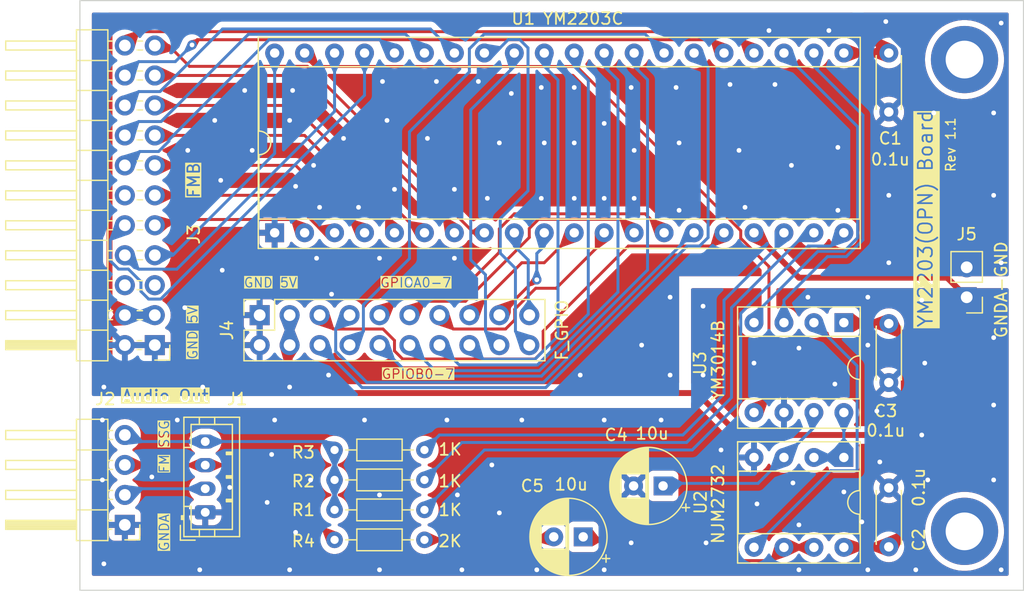
<source format=kicad_pcb>
(kicad_pcb (version 20240108) (generator "pcbnew") (generator_version "8.0")
  (title_block (title "YM2203 (OPN) Board") (date "2024-02-10") (rev "1.0") (company "46nori"))
  (layers (0 "F.Cu" signal) (31 "B.Cu" signal) (34 "B.Paste" user) (35 "F.Paste" user) (36 "B.SilkS" user "B.Silkscreen") (37 "F.SilkS" user "F.Silkscreen") (38 "B.Mask" user) (39 "F.Mask" user) (44 "Edge.Cuts" user))
  (net 0 "")
  (net 1 "VCC")
  (net 2 "GNDA")
  (net 3 "GND")
  (net 4 "Net-(U2B--)")
  (net 5 "Net-(C5-Pad2)")
  (net 6 "Net-(U2A-+)")
  (net 7 "FM")
  (net 8 "SSG")
  (net 9 "F_D0")
  (net 10 "4MHz")
  (net 11 "F_D1")
  (net 12 "{slash}F_A0")
  (net 13 "F_D2")
  (net 14 "F_D3")
  (net 15 "{slash}F_RD")
  (net 16 "F_D4")
  (net 17 "{slash}F_WR")
  (net 18 "F_D5")
  (net 19 "{slash}F_CS")
  (net 20 "F_D6")
  (net 21 "{slash}F_IRQ")
  (net 22 "F_D7")
  (net 23 "{slash}F_IC")
  (net 24 "GPIOA0")
  (net 25 "GPIOB0")
  (net 26 "GPIOA1")
  (net 27 "GPIOB1")
  (net 28 "GPIOA2")
  (net 29 "GPIOB2")
  (net 30 "GPIOA3")
  (net 31 "GPIOB3")
  (net 32 "GPIOA4")
  (net 33 "GPIOB4")
  (net 34 "GPIOA5")
  (net 35 "GPIOB5")
  (net 36 "GPIOA6")
  (net 37 "GPIOB6")
  (net 38 "GPIOA7")
  (net 39 "GPIOB7")
  (net 40 "Net-(U1-ANALOG-A)")
  (net 41 "Net-(U1-ANALOG-B)")
  (net 42 "Net-(U1-ANALOG-C)")
  (net 43 "Net-(U1-SH)")
  (net 44 "Net-(U1-OP-O)")
  (net 45 "Net-(U1-PHY-S)")
  (net 46 "Net-(U2A--)")
  (net 47 "Net-(U2B-+)")
  (net 48 "Net-(J2-Pin_2)")
  (footprint "MountingHole:MountingHole_3.2mm_M3_ISO7380_Pad" (layer "F.Cu") (at 177.54 107.54)
    (property "Reference" "REF1" (hide yes))
    (property "Value" "MountingHole_3.2mm_M3_ISO7380_Pad" (hide yes))
  )
  (footprint "Package_DIP:DIP-40_W15.24mm_Socket" (layer "F.Cu") (at 119.05 122.225 90)
    (property "Reference" "U1")
    (property "Value" "YM2203C")
  )
  (footprint "Capacitor_THT:CP_Radial_D6.3mm_P2.50mm" (layer "F.Cu") (at 151.98238 143.688 180)
    (property "Reference" "C4")
    (property "Value" "10u")
  )
  (footprint "Resistor_THT:R_Axial_DIN0204_L3.6mm_D1.6mm_P7.62mm_Horizontal" (layer "F.Cu") (at 131.75 140.64 180)
    (property "Reference" "R3")
    (property "Value" "1K")
  )
  (footprint "Capacitor_THT:C_Disc_D4.3mm_W1.9mm_P5.00mm" (layer "F.Cu") (at 171.12 111.985 90)
    (property "Reference" "C1")
    (property "Value" "0.1u")
  )
  (footprint "MountingHole:MountingHole_3.2mm_M3_ISO7380_Pad" (layer "F.Cu") (at 177.54 147.54)
    (property "Reference" "REF2" (hide yes))
    (property "Value" "MountingHole_3.2mm_M3_ISO7380_Pad" (hide yes))
  )
  (footprint "Connector_PinHeader_2.54mm:PinHeader_2x11_P2.54mm_Horizontal" (layer "F.Cu") (at 108.89 131.75 180)
    (property "Reference" "J3")
    (property "Value" "FMB")
  )
  (footprint "Package_DIP:DIP-8_W7.62mm_Socket" (layer "F.Cu") (at 167.31 141.275 -90)
    (property "Reference" "U2")
    (property "Value" "NJM2732")
  )
  (footprint "Resistor_THT:R_Axial_DIN0204_L3.6mm_D1.6mm_P7.62mm_Horizontal" (layer "F.Cu") (at 131.75 143.18 180)
    (property "Reference" "R2")
    (property "Value" "1K")
  )
  (footprint "Connector_PinSocket_2.54mm:PinSocket_2x10_P2.54mm_Vertical" (layer "F.Cu") (at 117.78 129.21 90)
    (property "Reference" "J4")
    (property "Value" "F_GPIO")
  )
  (footprint "Capacitor_THT:CP_Radial_D6.3mm_P2.50mm" (layer "F.Cu") (at 145.212 148.006 180)
    (property "Reference" "C5")
    (property "Value" "10u")
  )
  (footprint "Resistor_THT:R_Axial_DIN0204_L3.6mm_D1.6mm_P7.62mm_Horizontal" (layer "F.Cu") (at 131.75 145.72 180)
    (property "Reference" "R1")
    (property "Value" "1K")
  )
  (footprint "Resistor_THT:R_Axial_DIN0204_L3.6mm_D1.6mm_P7.62mm_Horizontal" (layer "F.Cu") (at 124.13 148.26)
    (property "Reference" "R4")
    (property "Value" "2K")
  )
  (footprint "Connector_PinHeader_2.54mm:PinHeader_1x04_P2.54mm_Horizontal" (layer "F.Cu") (at 106.35 146.99 180)
    (property "Reference" "J2")
    (property "Value" "Audio Out")
  )
  (footprint "Connector_PinHeader_2.54mm:PinHeader_1x02_P2.54mm_Vertical" (layer "F.Cu") (at 177.724 127.691 180)
    (property "Reference" "J5")
    (property "Value" "GNDA-GND")
  )
  (footprint "Package_DIP:DIP-8_W7.62mm_Socket" (layer "F.Cu") (at 167.31 129.845 -90)
    (property "Reference" "U3")
    (property "Value" "YM3014B")
  )
  (footprint "Connector_JST:JST_PH_B4B-PH-K_1x04_P2.00mm_Vertical" (layer "F.Cu") (at 113.166 145.926 90)
    (property "Reference" "J1")
    (property "Value" "Audio Out" (hide yes))
  )
  (footprint "Capacitor_THT:C_Disc_D4.3mm_W1.9mm_P5.00mm" (layer "F.Cu") (at 171.12 148.855 90)
    (property "Reference" "C2")
    (property "Value" "0.1u")
  )
  (footprint "Capacitor_THT:C_Disc_D4.3mm_W1.9mm_P5.00mm" (layer "F.Cu") (at 171.12 134.925 90)
    (property "Reference" "C3")
    (property "Value" "0.1u")
  )
  (gr_rect (start 102.54 102.54) (end 182.54 152.54) (stroke (width 0.1)) (fill none) (layer "Edge.Cuts"))
  (gr_text "Rev 1.1" (at 176.835 117.145 90) (layer "F.SilkS") (effects (font (size 0.8 0.8) (thickness 0.125)) (justify left bottom)))
  (gr_text "GND" (at 112.573 133.02 90) (layer "F.SilkS" knockout) (effects (font (size 0.8 0.8) (thickness 0.1)) (justify left bottom)))
  (gr_text "GNDA" (at 110.16 149.276 90) (layer "F.SilkS" knockout) (effects (font (size 0.8 0.8) (thickness 0.1)) (justify left bottom)))
  (gr_text "FM" (at 110.16 142.672 90) (layer "F.SilkS" knockout) (effects (font (size 0.8 0.8) (thickness 0.1)) (justify left bottom)))
  (gr_text "5V" (at 119.431 126.924 0) (layer "F.SilkS" knockout) (effects (font (size 0.8 0.8) (thickness 0.1)) (justify left bottom)))
  (gr_text "5V" (at 112.573 129.972 90) (layer "F.SilkS" knockout) (effects (font (size 0.8 0.8) (thickness 0.1)) (justify left bottom)))
  (gr_text "SSG" (at 110.16 140.513 90) (layer "F.SilkS" knockout) (effects (font (size 0.8 0.8) (thickness 0.1)) (justify left bottom)))
  (gr_text "GPIOB0-7" (at 128.067 134.671 0) (layer "F.SilkS" knockout) (effects (font (size 0.8 0.8) (thickness 0.1)) (justify left bottom)))
  (gr_text "GPIOA0-7" (at 127.94 126.924 0) (layer "F.SilkS" knockout) (effects (font (size 0.8 0.8) (thickness 0.1)) (justify left bottom)))
  (gr_text " YM2203(OPN) Board " (at 174.93 131.242 90) (layer "F.SilkS" knockout) (effects (font (size 1.2 1.2)) (justify left bottom)))
  (gr_text "GND" (at 116.383 126.924 0) (layer "F.SilkS" knockout) (effects (font (size 0.8 0.8) (thickness 0.1)) (justify left bottom)))
  (segment (start 120.32 131.75) (end 120.32 129.21) (width 0.5) (layer "F.Cu") (net 1))
  (segment (start 105.842 129.21) (end 105.05 130.002) (width 0.5) (layer "F.Cu") (net 1))
  (segment (start 167.945 103.81) (end 171.12 106.985) (width 0.5) (layer "F.Cu") (net 1))
  (segment (start 171.16 148.855) (end 171.12 148.855) (width 0.5) (layer "F.Cu") (net 1))
  (segment (start 171.14 139.35) (end 171.12 139.37) (width 0.5) (layer "F.Cu") (net 1))
  (segment (start 171.2 129.925) (end 172.39 131.115) (width 0.5) (layer "F.Cu") (net 1))
  (segment (start 120.32 133.02) (end 120.32 131.75) (width 0.5) (layer "F.Cu") (net 1))
  (segment (start 173.025 146.99) (end 171.16 148.855) (width 0.5) (layer "F.Cu") (net 1))
  (segment (start 171.12 106.985) (end 167.31 106.985) (width 0.5) (layer "F.Cu") (net 1))
  (segment (start 106.35 129.21) (end 105.05 127.91) (width 0.5) (layer "F.Cu") (net 1))
  (segment (start 119.685 133.655) (end 120.32 133.02) (width 0.5) (layer "F.Cu") (net 1))
  (segment (start 167.39 129.925) (end 167.31 129.845) (width 0.5) (layer "F.Cu") (net 1))
  (segment (start 105.05 130.002) (end 105.05 132.99) (width 0.5) (layer "F.Cu") (net 1))
  (segment (start 171.14 139.35) (end 173.025 141.235) (width 0.5) (layer "F.Cu") (net 1))
  (segment (start 171.12 129.925) (end 167.39 129.925) (width 0.5) (layer "F.Cu") (net 1))
  (segment (start 105.05 127.91) (end 105.05 103.84) (width 0.5) (layer "F.Cu") (net 1))
  (segment (start 106.35 129.21) (end 105.842 129.21) (width 0.5) (layer "F.Cu") (net 1))
  (segment (start 158.42 139.37) (end 154.864 135.814) (width 0.5) (layer "F.Cu") (net 1))
  (segment (start 171.12 139.37) (end 158.42 139.37) (width 0.5) (layer "F.Cu") (net 1))
  (segment (start 154.864 135.814) (end 123.114 135.814) (width 0.5) (layer "F.Cu") (net 1))
  (segment (start 105.05 132.99) (end 105.715 133.655) (width 0.5) (layer "F.Cu") (net 1))
  (segment (start 171.12 129.925) (end 171.2 129.925) (width 0.5) (layer "F.Cu") (net 1))
  (segment (start 105.08 103.81) (end 167.945 103.81) (width 0.5) (layer "F.Cu") (net 1))
  (segment (start 173.025 141.235) (end 173.025 146.99) (width 0.5) (layer "F.Cu") (net 1))
  (segment (start 120.955 133.655) (end 119.431 133.655) (width 0.5) (layer "F.Cu") (net 1))
  (segment (start 172.39 131.115) (end 172.39 138.1) (width 0.5) (layer "F.Cu") (net 1))
  (segment (start 108.89 129.21) (end 106.35 129.21) (width 0.25) (layer "F.Cu") (net 1))
  (segment (start 123.114 135.814) (end 120.955 133.655) (width 0.5) (layer "F.Cu") (net 1))
  (segment (start 172.39 138.1) (end 171.14 139.35) (width 0.5) (layer "F.Cu") (net 1))
  (segment (start 105.715 133.655) (end 119.685 133.655) (width 0.5) (layer "F.Cu") (net 1))
  (segment (start 171.12 148.855) (end 167.35 148.855) (width 0.5) (layer "F.Cu") (net 1))
  (segment (start 105.05 103.84) (end 105.08 103.81) (width 0.5) (layer "F.Cu") (net 1))
  (segment (start 167.35 148.855) (end 167.31 148.895) (width 0.5) (layer "F.Cu") (net 1))
  (segment (start 108.89 129.21) (end 106.35 129.21) (width 0.5) (layer "B.Cu") (net 1))
  (segment (start 120.32 131.75) (end 120.32 129.21) (width 0.5) (layer "B.Cu") (net 1))
  (segment (start 159.69 122.225) (end 163.5 126.035) (width 0.5) (layer "F.Cu") (net 2))
  (segment (start 163.5 126.035) (end 176.068 126.035) (width 0.5) (layer "F.Cu") (net 2))
  (segment (start 176.068 126.035) (end 177.724 127.691) (width 0.5) (layer "F.Cu") (net 2))
  (via (at 180.01 131.115) (size 0.8) (drill 0.4) (layers "F.Cu" "B.Cu") (net 2))
  (via (at 166.548 135.052) (size 0.8) (drill 0.4) (layers "F.Cu" "B.Cu") (net 2))
  (via (at 146.99 150.8) (size 0.8) (drill 0.4) (layers "F.Cu" "B.Cu") (net 2))
  (via (at 122.098 143.18) (size 0.8) (drill 0.4) (layers "F.Cu" "B.Cu") (net 2))
  (via (at 118.796 141.021) (size 0.8) (drill 0.4) (layers "F.Cu" "B.Cu") (net 2))
  (via (at 120.32 150.8) (size 0.8) (drill 0.4) (layers "F.Cu" "B.Cu") (net 2))
  (via (at 104.445 138.1) (size 0.8) (drill 0.4) (layers "F.Cu" "B.Cu") (net 2))
  (via (at 149.276 148.514) (size 0.8) (drill 0.4) (layers "F.Cu" "B.Cu") (net 2))
  (via (at 159.944 145.212) (size 0.8) (drill 0.4) (layers "F.Cu" "B.Cu") (net 2))
  (via (at 146.99 138.1) (size 0.8) (drill 0.4) (layers "F.Cu" "B.Cu") (net 2))
  (via (at 180.645 150.8) (size 0.8) (drill 0.4) (layers "F.Cu" "B.Cu") (net 2))
  (via (at 173.406 150.8) (size 0.8) (drill 0.4) (layers "F.Cu" "B.Cu") (net 2))
  (via (at 168.834 146.736) (size 0.8) (drill 0.4) (layers "F.Cu" "B.Cu") (net 2))
  (via (at 141.275 150.8) (size 0.8) (drill 0.4) (layers "F.Cu" "B.Cu") (net 2))
  (via (at 180.01 143.18) (size 0.8) (drill 0.4) (layers "F.Cu" "B.Cu") (net 2))
  (via (at 173.914 139.37) (size 0.8) (drill 0.4) (layers "F.Cu" "B.Cu") (net 2))
  (via (at 108.636 142.926) (size 0.8) (drill 0.4) (layers "F.Cu" "B.Cu") (net 2))
  (via (at 112.7 150.8) (size 0.8) (drill 0.4) (layers "F.Cu" "B.Cu") (net 2))
  (via (at 126.67 138.1) (size 0.8) (drill 0.4) (layers "F.Cu" "B.Cu") (net 2))
  (via (at 104.445 143.18) (size 0.8) (drill 0.4) (layers "F.Cu" "B.Cu") (net 2))
  (via (at 163.5 146.99) (size 0.8) (drill 0.4) (layers "F.Cu" "B.Cu") (net 2))
  (via (at 180.01 136.83) (size 0.8) (drill 0.4) (layers "F.Cu" "B.Cu") (net 2))
  (via (at 169.342 127.686) (size 0.8) (drill 0.4) (layers "F.Cu" "B.Cu") (net 2))
  (via (at 174.422 143.18) (size 0.8) (drill 0.4) (layers "F.Cu" "B.Cu") (net 2))
  (via (at 127.94 150.8) (size 0.8) (drill 0.4) (layers "F.Cu" "B.Cu") (net 2))
  (via (at 170.104 137.338) (size 0.8) (drill 0.4) (layers "F.Cu" "B.Cu") (net 2))
  (via (at 119.05 138.1) (size 0.8) (drill 0.4) (layers "F.Cu" "B.Cu") (net 2))
  (via (at 115.24 143.815) (size 0.8) (drill 0.4) (layers "F.Cu" "B.Cu") (net 2))
  (via (at 133.655 138.1) (size 0.8) (drill 0.4) (layers "F.Cu" "B.Cu") (net 2))
  (via (at 104.572 150.292) (size 0.8) (drill 0.4) (layers "F.Cu" "B.Cu") (net 2))
  (via (at 138.1 145.974) (size 0.8) (drill 0.4) (layers "F.Cu" "B.Cu") (net 2))
  (via (at 173.914 127.94) (size 0.8) (drill 0.4) (layers "F.Cu" "B.Cu") (net 2))
  (via (at 134.544 144.45) (size 0.8) (drill 0.4) (layers "F.Cu" "B.Cu") (net 2))
  (via (at 163.5 150.8) (size 0.8) (drill 0.4) (layers "F.Cu" "B.Cu") (net 2))
  (via (at 110.795 138.1) (size 0.8) (drill 0.4) (layers "F.Cu" "B.Cu") (net 2))
  (via (at 169.342 150.8) (size 0.8) (drill 0.4) (layers "F.Cu" "B.Cu") (net 2))
  (via (at 159.69 133.274) (size 0.8) (drill 0.4) (layers "F.Cu" "B.Cu") (net 2))
  (via (at 162.992 143.434) (size 0.8) (drill 0.4) (layers "F.Cu" "B.Cu") (net 2))
  (via (at 164.262 127.686) (size 0.8) (drill 0.4) (layers "F.Cu" "B.Cu") (net 2))
  (via (at 118.415 145.085) (size 0.8) (drill 0.4) (layers "F.Cu" "B.Cu") (net 2))
  (via (at 174.168 133.274) (size 0.8) (drill 0.4) (layers "F.Cu" "B.Cu") (net 2))
  (via (at 127.94 144.45) (size 0.8) (drill 0.4) (layers "F.Cu" "B.Cu") (net 2))
  (via (at 140.005 138.1) (size 0.8) (drill 0.4) (layers "F.Cu" "B.Cu") (net 2))
  (via (at 170.358 141.656) (size 0.8) (drill 0.4) (layers "F.Cu" "B.Cu") (net 2))
  (via (at 156.896 140.64) (size 0.8) (drill 0.4) (layers "F.Cu" "B.Cu") (net 2))
  (via (at 163.5 132.004) (size 0.8) (drill 0.4) (layers "F.Cu" "B.Cu") (net 2))
  (via (at 137.465 141.91) (size 0.8) (drill 0.4) (layers "F.Cu" "B.Cu") (net 2))
  (via (at 151.816 138.1) (size 0.8) (drill 0.4) (layers "F.Cu" "B.Cu") (net 2))
  (via (at 134.925 150.8) (size 0.8) (drill 0.4) (layers "F.Cu" "B.Cu") (net 2))
  (via (at 169.342 131.75) (size 0.8) (drill 0.4) (layers "F.Cu" "B.Cu") (net 2))
  (via (at 155.626 148.514) (size 0.8) (drill 0.4) (layers "F.Cu" "B.Cu") (net 2))
  (via (at 155.372 134.29) (size 0.8) (drill 0.4) (layers "F.Cu" "B.Cu") (net 2))
  (via (at 120.828 147.625) (size 0.8) (drill 0.4) (layers "F.Cu" "B.Cu") (net 2))
  (via (at 167.31 144.196) (size 0.8) (drill 0.4) (layers "F.Cu" "B.Cu") (net 2))
  (via (at 155.372 128.448) (size 0.8) (drill 0.4) (layers "F.Cu" "B.Cu") (net 2))
  (segment (start 117.78 131.75) (end 117.78 129.21) (width 0.5) (layer "F.Cu") (net 3))
  (via (at 113.97 112.7) (size 0.8) (drill 0.4) (layers "F.Cu" "B.Cu") (net 3))
  (via (at 166.802 114.986) (size 0.8) (drill 0.4) (layers "F.Cu" "B.Cu") (net 3))
  (via (at 127.94 124.384) (size 0.8) (drill 0.4) (layers "F.Cu" "B.Cu") (net 3))
  (via (at 134.29 124.384) (size 0.8) (drill 0.4) (layers "F.Cu" "B.Cu") (net 3))
  (via (at 153.34 120.32) (size 0.8) (drill 0.4) (layers "F.Cu" "B.Cu") (net 3))
  (via (at 122.606 124.384) (size 0.8) (drill 0.4) (layers "F.Cu" "B.Cu") (net 3))
  (via (at 146.99 112.954) (size 0.8) (drill 0.4) (layers "F.Cu" "B.Cu") (net 3))
  (via (at 137.084 119.304) (size 0.8) (drill 0.4) (layers "F.Cu" "B.Cu") (net 3))
  (via (at 132.004 114.224) (size 0.8) (drill 0.4) (layers "F.Cu" "B.Cu") (net 3))
  (via (at 120.574 110.16) (size 0.8) (drill 0.4) (layers "F.Cu" "B.Cu") (net 3))
  (via (at 162.865 116.51) (size 0.8) (drill 0.4) (layers "F.Cu" "B.Cu") (net 3))
  (via (at 114.605 125.4) (size 0.8) (drill 0.4) (layers "F.Cu" "B.Cu") (net 3))
  (via (at 166.802 120.32) (size 0.8) (drill 0.4) (layers "F.Cu" "B.Cu") (net 3))
  (via (at 153.34 114.605) (size 0.8) (drill 0.4) (layers "F.Cu" "B.Cu") (net 3))
  (via (at 149.53 115.24) (size 0.8) (drill 0.4) (layers "F.Cu" "B.Cu") (net 3))
  (via (at 123.876 127.432) (size 0.8) (drill 0.4) (layers "F.Cu" "B.Cu") (net 3))
  (via (at 166.04 105.08) (size 0.8) (drill 0.4) (layers "F.Cu" "B.Cu") (net 3))
  (via (at 141.656 119.304) (size 0.8) (drill 0.4) (layers "F.Cu" "B.Cu") (net 3))
  (via (at 146.99 119.304) (size 0.8) (drill 0.4) (layers "F.Cu" "B.Cu") (net 3))
  (via (at 149.53 119.304) (size 0.8) (drill 0.4) (layers "F.Cu" "B.Cu") (net 3))
  (via (at 144.958 134.29) (size 0.8) (drill 0.4) (layers "F.Cu" "B.Cu") (net 3))
  (via (at 171.12 119.05) (size 0.8) (drill 0.4) (layers "F.Cu" "B.Cu") (net 3))
  (via (at 149.276 109.906) (size 0.8) (drill 0.4) (layers "F.Cu" "B.Cu") (net 3))
  (via (at 141.91 114.605) (size 0.8) (drill 0.4) (layers "F.Cu" "B.Cu") (net 3))
  (via (at 138.1 114.605) (size 0.8) (drill 0.4) (layers "F.Cu" "B.Cu") (net 3))
  (via (at 141.656 109.906) (size 0.8) (drill 0.4) (layers "F.Cu" "B.Cu") (net 3))
  (via (at 153.086 109.906) (size 0.8) (drill 0.4) (layers "F.Cu" "B.Cu") (net 3))
  (via (at 180.645 124.765) (size 0.8) (drill 0.4) (layers "F.Cu" "B.Cu") (net 3))
  (via (at 120.32 112.7) (size 0.8) (drill 0.4) (layers "F.Cu" "B.Cu") (net 3))
  (via (at 180.01 112.065) (size 0.8) (drill 0.4) (layers "F.Cu" "B.Cu") (net 3))
  (via (at 134.29 118.542) (size 0.8) (drill 0.4) (layers "F.Cu" "B.Cu") (net 3))
  (via (at 144.45 109.906) (size 0.8) (drill 0.4) (layers "F.Cu" "B.Cu") (net 3))
  (via (at 124.892 114.224) (size 0.8) (drill 0.4) (layers "F.Cu" "B.Cu") (net 3))
  (via (at 116.51 110.16) (size 0.8) (drill 0.4) (layers "F.Cu" "B.Cu") (net 3))
  (via (at 104.572 135.306) (size 0.8) (drill 0.4) (layers "F.Cu" "B.Cu") (net 3))
  (via (at 129.21 118.542) (size 0.8) (drill 0.4) (layers "F.Cu" "B.Cu") (net 3))
  (via (at 136.322 109.398) (size 0.8) (drill 0.4) (layers "F.Cu" "B.Cu") (net 3))
  (via (at 132.766 109.398) (size 0.8) (drill 0.4) (layers "F.Cu" "B.Cu") (net 3))
  (via (at 171.12 124.765) (size 0.8) (drill 0.4) (layers "F.Cu" "B.Cu") (net 3))
  (via (at 152.578 127.686) (size 0.8) (drill 0.4) (layers "F.Cu" "B.Cu") (net 3))
  (via (at 170.866 104.318) (size 0.8) (drill 0.4) (layers "F.Cu" "B.Cu") (net 3))
  (via (at 130.48 126.416) (size 0.8) (drill 0.4) (layers "F.Cu" "B.Cu") (net 3))
  (via (at 158.928 120.066) (size 0.8) (drill 0.4) (layers "F.Cu" "B.Cu") (net 3))
  (via (at 160.96 105.08) (size 0.8) (drill 0.4) (layers "F.Cu" "B.Cu") (net 3))
  (via (at 144.45 119.304) (size 0.8) (drill 0.4) (layers "F.Cu" "B.Cu") (net 3))
  (via (at 111.684 115.24) (size 0.8) (drill 0.4) (layers "F.Cu" "B.Cu") (net 3))
  (via (at 174.93 112.065) (size 0.8) (drill 0.4) (layers "F.Cu" "B.Cu") (net 3))
  (via (at 120.32 135.306) (size 0.8) (drill 0.4) (layers "F.Cu" "B.Cu") (net 3))
  (via (at 111.43 128.575) (size 0.8) (drill 0.4) (layers "F.Cu" "B.Cu") (net 3))
  (via (at 126.162 120.066) (size 0.8) (drill 0.4) (layers "F.Cu" "B.Cu") (net 3))
  (via (at 139.116 110.414) (size 0.8) (drill 0.4) (layers "F.Cu" "B.Cu") (net 3))
  (via (at 112.954 135.306) (size 0.8) (drill 0.4) (layers "F.Cu" "B.Cu") (net 3))
  (via (at 122.352 116.51) (size 0.8) (drill 0.4) (layers "F.Cu" "B.Cu") (net 3))
  (via (at 128.194 109.398) (size 0.8) (drill 0.4) (layers "F.Cu" "B.Cu") (net 3))
  (via (at 120.828 118.288) (size 0.8) (drill 0.4) (layers "F.Cu" "B.Cu") (net 3))
  (via (at 117.145 115.24) (size 0.8) (drill 0.4) (layers "F.Cu" "B.Cu") (net 3))
  (via (at 157.658 109.652) (size 0.8) (drill 0.4) (layers "F.Cu" "B.Cu") (net 3))
  (via (at 122.86 120.066) (size 0.8) (drill 0.4) (layers "F.Cu" "B.Cu") (net 3))
  (via (at 144.45 114.605) (size 0.8) (drill 0.4) (layers "F.Cu" "B.Cu") (net 3))
  (via (at 150.165 131.75) (size 0.8) (drill 0.4) (layers "F.Cu" "B.Cu") (net 3))
  (via (at 123.622 134.29) (size 0.8) (drill 0.4) (layers "F.Cu" "B.Cu") (net 3))
  (via (at 180.01 119.05) (size 0.8) (drill 0.4) (layers "F.Cu" "B.Cu") (net 3))
  (via (at 180.645 104.445) (size 0.8) (drill 0.4) (layers "F.Cu" "B.Cu") (net 3))
  (via (at 114.478 117.78) (size 0.8) (drill 0.4) (layers "F.Cu" "B.Cu") (net 3))
  (via (at 158.42 115.24) (size 0.8) (drill 0.4) (layers "F.Cu" "B.Cu") (net 3))
  (via (at 152.578 134.29) (size 0.8) (drill 0.4) (layers "F.Cu" "B.Cu") (net 3))
  (via (at 161.468 109.652) (size 0.8) (drill 0.4) (layers "F.Cu" "B.Cu") (net 3))
  (via (at 128.575 112.7) (size 0.8) (drill 0.4) (layers "F.Cu" "B.Cu") (net 3))
  (segment (start 103.81 112.7) (end 103.81 108.89) (width 0.5) (layer "B.Cu") (net 3))
  (segment (start 103.81 108.89) (end 103.81 103.81) (width 0.5) (layer "B.Cu") (net 3))
  (segment (start 170.866 104.963) (end 172.39 106.487) (width 0.5) (layer "B.Cu") (net 3))
  (segment (start 106.35 131.75) (end 104.318 129.718) (width 0.5) (layer "B.Cu") (net 3))
  (segment (start 104.318 104.044) (end 169.947 104.044) (width 0.5) (layer "B.Cu") (net 3))
  (segment (start 170.221 104.318) (end 170.866 104.318) (width 0.5) (layer "B.Cu") (net 3))
  (segment (start 104.318 129.718) (end 103.81 126.035) (width 0.5) (layer "B.Cu") (net 3))
  (segment (start 172.39 110.715) (end 171.12 111.985) (width 0.5) (layer "B.Cu") (net 3))
  (segment (start 103.81 116.51) (end 103.81 112.7) (width 0.5) (layer "B.Cu") (net 3))
  (segment (start 117.78 131.75) (end 117.78 129.21) (width 0.5) (layer "B.Cu") (net 3))
  (segment (start 169.947 104.044) (end 170.221 104.318) (width 0.5) (layer "B.Cu") (net 3))
  (segment (start 172.39 106.487) (end 172.39 110.715) (width 0.5) (layer "B.Cu") (net 3))
  (segment (start 103.81 103.81) (end 104.318 104.044) (width 0.5) (layer "B.Cu") (net 3))
  (segment (start 103.81 126.035) (end 103.81 121.59) (width 0.5) (layer "B.Cu") (net 3))
  (segment (start 103.81 121.59) (end 103.81 116.51) (width 0.5) (layer "B.Cu") (net 3))
  (segment (start 170.866 104.318) (end 170.866 104.963) (width 0.5) (layer "B.Cu") (net 3))
  (segment (start 146.262 148.006) (end 148.276 150.02) (width 0.25) (layer "F.Cu") (net 4))
  (segment (start 161.105 150.02) (end 162.23 148.895) (width 0.25) (layer "F.Cu") (net 4))
  (segment (start 148.276 150.02) (end 161.105 150.02) (width 0.25) (layer "F.Cu") (net 4))
  (segment (start 162.23 148.895) (end 164.77 148.895) (width 0.25) (layer "F.Cu") (net 4))
  (segment (start 145.212 148.006) (end 146.262 148.006) (width 0.25) (layer "F.Cu") (net 4))
  (segment (start 142.458 148.26) (end 142.712 148.006) (width 0.25) (layer "F.Cu") (net 5))
  (segment (start 131.75 148.26) (end 142.458 148.26) (width 0.25) (layer "F.Cu") (net 5))
  (segment (start 164.77 137.465) (end 164.8744 137.465) (width 0.25) (layer "F.Cu") (net 6))
  (segment (start 162.23 141.275) (end 160.034 143.471) (width 0.25) (layer "B.Cu") (net 6))
  (segment (start 160.034 143.471) (end 152.19938 143.471) (width 0.25) (layer "B.Cu") (net 6))
  (segment (start 164.77 137.465) (end 164.77 138.735) (width 0.25) (layer "B.Cu") (net 6))
  (segment (start 152.19938 143.471) (end 151.98238 143.688) (width 0.25) (layer "B.Cu") (net 6))
  (segment (start 164.77 138.735) (end 162.23 141.275) (width 0.25) (layer "B.Cu") (net 6))
  (segment (start 117.796 141.926) (end 124.13 148.26) (width 0.25) (layer "F.Cu") (net 7))
  (segment (start 106.366 141.926) (end 106.35 141.91) (width 0.25) (layer "F.Cu") (net 7))
  (segment (start 113.166 141.926) (end 106.366 141.926) (width 0.25) (layer "F.Cu") (net 7))
  (segment (start 117.796 141.926) (end 113.166 141.926) (width 0.25) (layer "F.Cu") (net 7))
  (segment (start 106.366 141.926) (end 106.35 141.91) (width 0.25) (layer "B.Cu") (net 7))
  (segment (start 106.35 139.37) (end 106.858 139.878) (width 0.25) (layer "F.Cu") (net 8))
  (segment (start 124.13 143.18) (end 124.13 140.64) (width 0.25) (layer "B.Cu") (net 8))
  (segment (start 124.13 140.64) (end 123.416 139.926) (width 0.25) (layer "B.Cu") (net 8))
  (segment (start 123.416 139.926) (end 113.166 139.926) (width 0.25) (layer "B.Cu") (net 8))
  (segment (start 124.13 145.72) (end 124.13 143.18) (width 0.25) (layer "B.Cu") (net 8))
  (segment (start 106.906 139.926) (end 106.35 139.37) (width 0.25) (layer "B.Cu") (net 8))
  (segment (start 113.166 139.926) (end 106.906 139.926) (width 0.25) (layer "B.Cu") (net 8))
  (segment (start 119.05 115.494) (end 119.05 106.985) (width 0.25) (layer "B.Cu") (net 9))
  (segment (start 108.89 124.13) (end 110.414 124.13) (width 0.25) (layer "B.Cu") (net 9))
  (segment (start 110.414 124.13) (end 119.05 115.494) (width 0.25) (layer "B.Cu") (net 9))
  (segment (start 110.7554 125.3126) (end 124.13 111.938) (width 0.25) (layer "B.Cu") (net 10))
  (segment (start 124.13 111.938) (end 124.13 106.985) (width 0.25) (layer "B.Cu") (net 10))
  (segment (start 107.5326 125.3126) (end 110.7554 125.3126) (width 0.25) (layer "B.Cu") (net 10))
  (segment (start 106.35 124.13) (end 107.5326 125.3126) (width 0.25) (layer "B.Cu") (net 10))
  (segment (start 110.5553 121.0998) (end 120.4648 121.0998) (width 0.25) (layer "F.Cu") (net 11))
  (segment (start 110.0651 121.59) (end 110.5553 121.0998) (width 0.25) (layer "F.Cu") (net 11))
  (segment (start 108.89 121.59) (end 110.0651 121.59) (width 0.25) (layer "F.Cu") (net 11))
  (segment (start 120.4648 121.0998) (end 121.59 122.225) (width 0.25) (layer "F.Cu") (net 11))
  (segment (start 126.67 110.5642) (end 126.67 106.985) (width 0.25) (layer "B.Cu") (net 12))
  (segment (start 105.1244 124.6115) (end 105.8181 125.3052) (width 0.25) (layer "B.Cu") (net 12))
  (segment (start 109.3872 127.847) (end 126.67 110.5642) (width 0.25) (layer "B.Cu") (net 12))
  (segment (start 107.7148 127.1957) (end 108.3661 127.847) (width 0.25) (layer "B.Cu") (net 12))
  (segment (start 105.1244 122.8156) (end 105.1244 124.6115) (width 0.25) (layer "B.Cu") (net 12))
  (segment (start 105.8181 125.3052) (end 106.6493 125.3052) (width 0.25) (layer "B.Cu") (net 12))
  (segment (start 106.6493 125.3052) (end 107.7148 126.3707) (width 0.25) (layer "B.Cu") (net 12))
  (segment (start 107.7148 126.3707) (end 107.7148 127.1957) (width 0.25) (layer "B.Cu") (net 12))
  (segment (start 108.3661 127.847) (end 109.3872 127.847) (width 0.25) (layer "B.Cu") (net 12))
  (segment (start 106.35 121.59) (end 105.1244 122.8156) (width 0.25) (layer "B.Cu") (net 12))
  (segment (start 108.89 119.05) (end 120.066 119.05) (width 0.25) (layer "F.Cu") (net 13))
  (segment (start 120.066 119.05) (end 123.241 122.225) (width 0.25) (layer "F.Cu") (net 13))
  (segment (start 123.241 122.225) (end 124.13 122.225) (width 0.25) (layer "F.Cu") (net 13))
  (segment (start 126.543 122.225) (end 126.67 122.225) (width 0.25) (layer "F.Cu") (net 14))
  (segment (start 120.828 116.51) (end 126.543 122.225) (width 0.25) (layer "F.Cu") (net 14))
  (segment (start 108.89 116.51) (end 120.828 116.51) (width 0.25) (layer "F.Cu") (net 14))
  (segment (start 106.4364 116.51) (end 107.6115 115.3349) (width 0.25) (layer "B.Cu") (net 15))
  (segment (start 110.0947 114.3375) (end 118.5838 105.8484) (width 0.25) (layer "B.Cu") (net 15))
  (segment (start 129.0815 106.985) (end 129.21 106.985) (width 0.25) (layer "B.Cu") (net 15))
  (segment (start 127.9449 105.8484) (end 129.0815 106.985) (width 0.25) (layer "B.Cu") (net 15))
  (segment (start 106.35 116.51) (end 106.4364 116.51) (width 0.25) (layer "B.Cu") (net 15))
  (segment (start 110.0947 114.4504) (end 110.0947 114.3375) (width 0.25) (layer "B.Cu") (net 15))
  (segment (start 107.6115 115.3349) (end 109.2102 115.3349) (width 0.25) (layer "B.Cu") (net 15))
  (segment (start 118.5838 105.8484) (end 127.9449 105.8484) (width 0.25) (layer "B.Cu") (net 15))
  (segment (start 109.2102 115.3349) (end 110.0947 114.4504) (width 0.25) (layer "B.Cu") (net 15))
  (segment (start 129.21 122.225) (end 129.21 121.59) (width 0.25) (layer "F.Cu") (net 16))
  (segment (start 121.59 113.97) (end 108.89 113.97) (width 0.25) (layer "F.Cu") (net 16))
  (segment (start 129.21 121.59) (end 121.59 113.97) (width 0.25) (layer "F.Cu") (net 16))
  (segment (start 130.1632 105.3982) (end 131.75 106.985) (width 0.25) (layer "B.Cu") (net 17))
  (segment (start 109.4251 112.7949) (end 116.8218 105.3982) (width 0.25) (layer "B.Cu") (net 17))
  (segment (start 116.8218 105.3982) (end 130.1632 105.3982) (width 0.25) (layer "B.Cu") (net 17))
  (segment (start 107.5251 112.7949) (end 109.4251 112.7949) (width 0.25) (layer "B.Cu") (net 17))
  (segment (start 106.35 113.97) (end 107.5251 112.7949) (width 0.25) (layer "B.Cu") (net 17))
  (segment (start 108.89 111.43) (end 120.574 111.43) (width 0.25) (layer "F.Cu") (net 18))
  (segment (start 120.574 111.43) (end 131.369 122.225) (width 0.25) (layer "F.Cu") (net 18))
  (segment (start 131.369 122.225) (end 131.75 122.225) (width 0.25) (layer "F.Cu") (net 18))
  (segment (start 106.35 111.43) (end 107.5251 110.2549) (width 0.25) (layer "B.Cu") (net 19))
  (segment (start 109.3299 110.2549) (end 114.6388 104.946) (width 0.25) (layer "B.Cu") (net 19))
  (segment (start 114.6388 104.946) (end 132.251 104.946) (width 0.25) (layer "B.Cu") (net 19))
  (segment (start 107.5251 110.2549) (end 109.3299 110.2549) (width 0.25) (layer "B.Cu") (net 19))
  (segment (start 132.251 104.946) (end 134.29 106.985) (width 0.25) (layer "B.Cu") (net 19))
  (segment (start 108.89 108.89) (end 121.336 108.89) (width 0.25) (layer "F.Cu") (net 20))
  (segment (start 121.336 108.89) (end 134.29 121.844) (width 0.25) (layer "F.Cu") (net 20))
  (segment (start 134.29 121.844) (end 134.29 122.225) (width 0.25) (layer "F.Cu") (net 20))
  (segment (start 112.045 106.2995) (end 112.4878 105.8567) (width 0.25) (layer "F.Cu") (net 21))
  (segment (start 112.4878 105.8567) (end 156.0217 105.8567) (width 0.25) (layer "F.Cu") (net 21))
  (segment (start 156.0217 105.8567) (end 157.15 106.985) (width 0.25) (layer "F.Cu") (net 21))
  (via (at 112.045 106.2995) (size 0.8) (drill 0.4) (layers "F.Cu" "B.Cu") (net 21))
  (segment (start 106.35 108.89) (end 107.5251 107.7149) (width 0.25) (layer "B.Cu") (net 21))
  (segment (start 107.5251 107.7149) (end 110.6296 107.7149) (width 0.25) (layer "B.Cu") (net 21))
  (segment (start 110.6296 107.7149) (end 112.045 106.2995) (width 0.25) (layer "B.Cu") (net 21))
  (segment (start 110.0651 106.35) (end 111.8308 108.1157) (width 0.25) (layer "F.Cu") (net 22))
  (segment (start 136.83 122.225) (end 135.7049 122.225) (width 0.25) (layer "F.Cu") (net 22))
  (segment (start 108.89 106.35) (end 110.0651 106.35) (width 0.25) (layer "F.Cu") (net 22))
  (segment (start 135.7049 121.9919) (end 135.7049 122.225) (width 0.25) (layer "F.Cu") (net 22))
  (segment (start 121.8287 108.1157) (end 135.7049 121.9919) (width 0.25) (layer "F.Cu") (net 22))
  (segment (start 111.8308 108.1157) (end 121.8287 108.1157) (width 0.25) (layer "F.Cu") (net 22))
  (segment (start 157.8796 105.1746) (end 159.69 106.985) (width 0.25) (layer "F.Cu") (net 23))
  (segment (start 107.5254 105.1746) (end 157.8796 105.1746) (width 0.25) (layer "F.Cu") (net 23))
  (segment (start 106.35 106.35) (end 107.5254 105.1746) (width 0.25) (layer "F.Cu") (net 23))
  (segment (start 129.8984 132.9271) (end 141.124601 132.9271) (width 0.25) (layer "F.Cu") (net 24))
  (segment (start 141.124601 132.9271) (end 141.815 132.236701) (width 0.25) (layer "F.Cu") (net 24))
  (segment (start 124.0351 130.3851) (end 128.2392 130.3851) (width 0.25) (layer "F.Cu") (net 24))
  (segment (start 149.04 123.35) (end 156.025 123.35) (width 0.25) (layer "F.Cu") (net 24))
  (segment (start 129.21 131.3559) (end 129.21 132.2387) (width 0.25) (layer "F.Cu") (net 24))
  (segment (start 141.815 132.236701) (end 141.815 130.575) (width 0.25) (layer "F.Cu") (net 24))
  (segment (start 129.21 132.2387) (end 129.8984 132.9271) (width 0.25) (layer "F.Cu") (net 24))
  (segment (start 122.86 129.21) (end 124.0351 130.3851) (width 0.25) (layer "F.Cu") (net 24))
  (segment (start 156.025 123.35) (end 157.15 122.225) (width 0.25) (layer "F.Cu") (net 24))
  (segment (start 128.2392 130.3851) (end 129.21 131.3559) (width 0.25) (layer "F.Cu") (net 24))
  (segment (start 141.815 130.575) (end 149.04 123.35) (width 0.25) (layer "F.Cu") (net 24))
  (segment (start 155.8006 122.625391) (end 155.8006 108.1756) (width 0.25) (layer "B.Cu") (net 25))
  (segment (start 122.86 131.75) (end 126.4621 135.3521) (width 0.25) (layer "B.Cu") (net 25))
  (segment (start 142.036896 135.3521) (end 154.038996 123.35) (width 0.25) (layer "B.Cu") (net 25))
  (segment (start 154.038996 123.35) (end 155.075991 123.35) (width 0.25) (layer "B.Cu") (net 25))
  (segment (start 126.4621 135.3521) (end 142.036896 135.3521) (width 0.25) (layer "B.Cu") (net 25))
  (segment (start 155.8006 108.1756) (end 154.61 106.985) (width 0.25) (layer "B.Cu") (net 25))
  (segment (start 155.075991 123.35) (end 155.8006 122.625391) (width 0.25) (layer "B.Cu") (net 25))
  (segment (start 124.2246 130.3854) (end 124.2246 132.2628) (width 0.25) (layer "B.Cu") (net 26))
  (segment (start 154.5276 122.225) (end 154.61 122.225) (width 0.25) (layer "B.Cu") (net 26))
  (segment (start 125.4 129.21) (end 124.2246 130.3854) (width 0.25) (layer "B.Cu") (net 26))
  (segment (start 141.8507 134.9019) (end 154.5276 122.225) (width 0.25) (layer "B.Cu") (net 26))
  (segment (start 124.2246 132.2628) (end 126.8637 134.9019) (width 0.25) (layer "B.Cu") (net 26))
  (segment (start 126.8637 134.9019) (end 141.8507 134.9019) (width 0.25) (layer "B.Cu") (net 26))
  (segment (start 130.48 113.6675) (end 135.56 108.5875) (width 0.25) (layer "B.Cu") (net 27))
  (segment (start 136.8005 105.3906) (end 150.4756 105.3906) (width 0.25) (layer "B.Cu") (net 27))
  (segment (start 125.4 131.75) (end 126.5751 130.5749) (width 0.25) (layer "B.Cu") (net 27))
  (segment (start 126.5751 128.3204) (end 130.48 124.4155) (width 0.25) (layer "B.Cu") (net 27))
  (segment (start 135.56 106.6311) (end 136.8005 105.3906) (width 0.25) (layer "B.Cu") (net 27))
  (segment (start 150.4756 105.3906) (end 152.07 106.985) (width 0.25) (layer "B.Cu") (net 27))
  (segment (start 126.5751 130.5749) (end 126.5751 128.3204) (width 0.25) (layer "B.Cu") (net 27))
  (segment (start 135.56 108.5875) (end 135.56 106.6311) (width 0.25) (layer "B.Cu") (net 27))
  (segment (start 130.48 124.4155) (end 130.48 113.6675) (width 0.25) (layer "B.Cu") (net 27))
  (segment (start 138.1 123.876) (end 138.1 121.8894) (width 0.25) (layer "F.Cu") (net 28))
  (segment (start 139.3724 120.617) (end 150.462 120.617) (width 0.25) (layer "F.Cu") (net 28))
  (segment (start 138.1 121.8894) (end 139.3724 120.617) (width 0.25) (layer "F.Cu") (net 28))
  (segment (start 127.94 129.21) (end 128.06165 129.21) (width 0.25) (layer "F.Cu") (net 28))
  (segment (start 150.462 120.617) (end 152.07 122.225) (width 0.25) (layer "F.Cu") (net 28))
  (segment (start 128.06165 129.21) (end 129.68675 127.5849) (width 0.25) (layer "F.Cu") (net 28))
  (segment (start 134.3911 127.5849) (end 138.1 123.876) (width 0.25) (layer "F.Cu") (net 28))
  (segment (start 129.68675 127.5849) (end 134.3911 127.5849) (width 0.25) (layer "F.Cu") (net 28))
  (segment (start 127.94 131.75) (end 130.5699 134.3799) (width 0.25) (layer "B.Cu") (net 29))
  (segment (start 130.5699 134.3799) (end 141.6667 134.3799) (width 0.25) (layer "B.Cu") (net 29))
  (segment (start 141.6667 134.3799) (end 150.6664 125.3802) (width 0.25) (layer "B.Cu") (net 29))
  (segment (start 150.6664 125.3802) (end 150.6664 109.2465) (width 0.25) (layer "B.Cu") (net 29))
  (segment (start 149.53 108.1101) (end 149.53 106.985) (width 0.25) (layer "B.Cu") (net 29))
  (segment (start 150.6664 109.2465) (end 149.53 108.1101) (width 0.25) (layer "B.Cu") (net 29))
  (segment (start 140.64 121.8603) (end 141.4145 121.0858) (width 0.25) (layer "F.Cu") (net 30))
  (segment (start 135.2259 128.0349) (end 140.64 122.6208) (width 0.25) (layer "F.Cu") (net 30))
  (segment (start 130.5664 129.21) (end 131.7415 128.0349) (width 0.25) (layer "F.Cu") (net 30))
  (segment (start 130.48 129.21) (end 130.5664 129.21) (width 0.25) (layer "F.Cu") (net 30))
  (segment (start 131.7415 128.0349) (end 135.2259 128.0349) (width 0.25) (layer "F.Cu") (net 30))
  (segment (start 140.64 122.6208) (end 140.64 121.8603) (width 0.25) (layer "F.Cu") (net 30))
  (segment (start 148.3908 121.0858) (end 149.53 122.225) (width 0.25) (layer "F.Cu") (net 30))
  (segment (start 141.4145 121.0858) (end 148.3908 121.0858) (width 0.25) (layer "F.Cu") (net 30))
  (segment (start 148.1585 109.2786) (end 148.1585 127.247) (width 0.25) (layer "B.Cu") (net 31))
  (segment (start 141.4915 133.914) (end 132.644 133.914) (width 0.25) (layer "B.Cu") (net 31))
  (segment (start 132.644 133.914) (end 130.48 131.75) (width 0.25) (layer "B.Cu") (net 31))
  (segment (start 146.99 108.1101) (end 148.1585 109.2786) (width 0.25) (layer "B.Cu") (net 31))
  (segment (start 146.99 106.985) (end 146.99 108.1101) (width 0.25) (layer "B.Cu") (net 31))
  (segment (start 148.1585 127.247) (end 141.4915 133.914) (width 0.25) (layer "B.Cu") (net 31))
  (segment (start 139.4011 128.7134) (end 141.1839 126.9306) (width 0.25) (layer "F.Cu") (net 32))
  (segment (start 146.99 122.86) (end 146.99 122.225) (width 0.25) (layer "F.Cu") (net 32))
  (segment (start 138.6257 130.3852) (end 139.4011 129.6098) (width 0.25) (layer "F.Cu") (net 32))
  (segment (start 142.9194 126.9306) (end 146.99 122.86) (width 0.25) (layer "F.Cu") (net 32))
  (segment (start 133.02 129.21) (end 134.1952 130.3852) (width 0.25) (layer "F.Cu") (net 32))
  (segment (start 134.1952 130.3852) (end 138.6257 130.3852) (width 0.25) (layer "F.Cu") (net 32))
  (segment (start 139.4011 129.6098) (end 139.4011 128.7134) (width 0.25) (layer "F.Cu") (net 32))
  (segment (start 141.1839 126.9306) (end 142.9194 126.9306) (width 0.25) (layer "F.Cu") (net 32))
  (segment (start 144.45 108.1101) (end 144.45 106.985) (width 0.25) (layer "B.Cu") (net 33))
  (segment (start 133.02 131.75) (end 134.6989 133.4289) (width 0.25) (layer "B.Cu") (net 33))
  (segment (start 134.6989 133.4289) (end 141.3346 133.4289) (width 0.25) (layer "B.Cu") (net 33))
  (segment (start 141.3346 133.4289) (end 145.6406 129.1229) (width 0.25) (layer "B.Cu") (net 33))
  (segment (start 145.6406 129.1229) (end 145.6406 109.3007) (width 0.25) (layer "B.Cu") (net 33))
  (segment (start 145.6406 109.3007) (end 144.45 108.1101) (width 0.25) (layer "B.Cu") (net 33))
  (segment (start 140.005 124.765) (end 135.56 129.21) (width 0.25) (layer "F.Cu") (net 34))
  (segment (start 144.45 122.225) (end 141.91 124.765) (width 0.25) (layer "F.Cu") (net 34))
  (segment (start 141.91 124.765) (end 140.005 124.765) (width 0.25) (layer "F.Cu") (net 34))
  (segment (start 136.7585 132.9485) (end 135.56 131.75) (width 0.25) (layer "B.Cu") (net 35))
  (segment (start 141.91 106.985) (end 141.91 108.1101) (width 0.25) (layer "B.Cu") (net 35))
  (segment (start 143.0735 109.2736) (end 143.0735 130.9969) (width 0.25) (layer "B.Cu") (net 35))
  (segment (start 141.91 108.1101) (end 143.0735 109.2736) (width 0.25) (layer "B.Cu") (net 35))
  (segment (start 143.0735 130.9969) (end 141.1219 132.9485) (width 0.25) (layer "B.Cu") (net 35))
  (segment (start 141.1219 132.9485) (end 136.7585 132.9485) (width 0.25) (layer "B.Cu") (net 35))
  (segment (start 141.1045 126.2055) (end 141.2757 126.2055) (width 0.25) (layer "F.Cu") (net 36))
  (segment (start 138.1 129.21) (end 141.1045 126.2055) (width 0.25) (layer "F.Cu") (net 36))
  (via (at 141.2757 126.2055) (size 0.8) (drill 0.4) (layers "F.Cu" "B.Cu") (net 36))
  (segment (start 141.91 122.225) (end 141.91 123.3501) (width 0.25) (layer "B.Cu") (net 36))
  (segment (start 141.2757 126.2055) (end 141.2757 123.9844) (width 0.25) (layer "B.Cu") (net 36))
  (segment (start 141.2757 123.9844) (end 141.91 123.3501) (width 0.25) (layer "B.Cu") (net 36))
  (segment (start 139.37 106.985) (end 139.37 108.1101) (width 0.25) (layer "B.Cu") (net 37))
  (segment (start 139.37 108.1101) (end 135.6746 111.8055) (width 0.25) (layer "B.Cu") (net 37))
  (segment (start 135.6746 111.8055) (end 135.6746 124.5301) (width 0.25) (layer "B.Cu") (net 37))
  (segment (start 135.6746 124.5301) (end 136.9249 125.7804) (width 0.25) (layer "B.Cu") (net 37))
  (segment (start 136.9249 130.5749) (end 138.1 131.75) (width 0.25) (layer "B.Cu") (net 37))
  (segment (start 136.9249 125.7804) (end 136.9249 130.5749) (width 0.25) (layer "B.Cu") (net 37))
  (segment (start 139.37 123.3501) (end 140.5506 124.5307) (width 0.25) (layer "B.Cu") (net 38))
  (segment (start 139.37 122.225) (end 139.37 123.3501) (width 0.25) (layer "B.Cu") (net 38))
  (segment (start 140.5506 124.5307) (end 140.5506 127.9455) (width 0.25) (layer "B.Cu") (net 38))
  (segment (start 140.64 129.21) (end 140.64 128.0349) (width 0.25) (layer "B.Cu") (net 38))
  (segment (start 140.5506 127.9455) (end 140.64 128.0349) (width 0.25) (layer "B.Cu") (net 38))
  (segment (start 140.531 106.5504) (end 139.8279 105.8473) (width 0.25) (layer "B.Cu") (net 39))
  (segment (start 139.4649 125.2409) (end 138.1794 123.9554) (width 0.25) (layer "B.Cu") (net 39))
  (segment (start 137.7219 106.985) (end 136.83 106.985) (width 0.25) (layer "B.Cu") (net 39))
  (segment (start 138.1794 121.0204) (end 140.531 118.6688) (width 0.25) (layer "B.Cu") (net 39))
  (segment (start 138.8596 105.8473) (end 137.7219 106.985) (width 0.25) (layer "B.Cu") (net 39))
  (segment (start 138.1794 123.9554) (end 138.1794 121.0204) (width 0.25) (layer "B.Cu") (net 39))
  (segment (start 139.4649 130.5749) (end 139.4649 125.2409) (width 0.25) (layer "B.Cu") (net 39))
  (segment (start 139.8279 105.8473) (end 138.8596 105.8473) (width 0.25) (layer "B.Cu") (net 39))
  (segment (start 140.531 118.6688) (end 140.531 106.5504) (width 0.25) (layer "B.Cu") (net 39))
  (segment (start 140.64 131.75) (end 139.4649 130.5749) (width 0.25) (layer "B.Cu") (net 39))
  (segment (start 166.185 123.35) (end 167.31 122.225) (width 0.25) (layer "B.Cu") (net 40))
  (segment (start 154.45125 140.64) (end 158.565 136.52625) (width 0.25) (layer "B.Cu") (net 40))
  (segment (start 131.75 145.72) (end 136.83 140.64) (width 0.25) (layer "B.Cu") (net 40))
  (segment (start 136.83 140.64) (end 154.45125 140.64) (width 0.25) (layer "B.Cu") (net 40))
  (segment (start 158.565 136.52625) (end 158.565 129.065) (width 0.25) (layer "B.Cu") (net 40))
  (segment (start 164.28 123.35) (end 166.185 123.35) (width 0.25) (layer "B.Cu") (net 40))
  (segment (start 158.565 129.065) (end 164.28 123.35) (width 0.25) (layer "B.Cu") (net 40))
  (segment (start 157.785 128.575) (end 164.135 122.225) (width 0.25) (layer "B.Cu") (net 41))
  (segment (start 134.925 140.005) (end 153.975 140.005) (width 0.25) (layer "B.Cu") (net 41))
  (segment (start 157.785 136.195) (end 157.785 128.575) (width 0.25) (layer "B.Cu") (net 41))
  (segment (start 131.75 143.18) (end 134.925 140.005) (width 0.25) (layer "B.Cu") (net 41))
  (segment (start 164.135 122.225) (end 164.77 122.225) (width 0.25) (layer "B.Cu") (net 41))
  (segment (start 153.975 140.005) (end 157.785 136.195) (width 0.25) (layer "B.Cu") (net 41))
  (segment (start 157.15 135.8775) (end 157.15 127.94) (width 0.25) (layer "B.Cu") (net 42))
  (segment (start 131.75 140.64) (end 133.02 139.37) (width 0.25) (layer "B.Cu") (net 42))
  (segment (start 157.15 127.94) (end 162.23 122.86) (width 0.25) (layer "B.Cu") (net 42))
  (segment (start 153.6575 139.37) (end 157.15 135.8775) (width 0.25) (layer "B.Cu") (net 42))
  (segment (start 162.23 122.86) (end 162.23 122.225) (width 0.25) (layer "B.Cu") (net 42))
  (segment (start 133.02 139.37) (end 153.6575 139.37) (width 0.25) (layer "B.Cu") (net 42))
  (segment (start 164.77 108.1101) (end 168.9259 112.266) (width 0.25) (layer "B.Cu") (net 43))
  (segment (start 168.9259 122.836487) (end 167.512387 124.25) (width 0.25) (layer "B.Cu") (net 43))
  (segment (start 167.512387 124.25) (end 165.92 124.25) (width 0.25) (layer "B.Cu") (net 43))
  (segment (start 168.9259 112.266) (end 168.9259 122.836487) (width 0.25) (layer "B.Cu") (net 43))
  (segment (start 162.23 127.94) (end 162.23 129.845) (width 0.25) (layer "B.Cu") (net 43))
  (segment (start 165.92 124.25) (end 162.23 127.94) (width 0.25) (layer "B.Cu") (net 43))
  (segment (start 164.77 106.985) (end 164.77 108.1101) (width 0.25) (layer "B.Cu") (net 43))
  (segment (start 159.69 129.845) (end 159.69 129.21) (width 0.25) (layer "B.Cu") (net 44))
  (segment (start 167.325991 123.8) (end 168.4757 122.650291) (width 0.25) (layer "B.Cu") (net 44))
  (segment (start 165.1 123.8) (end 167.325991 123.8) (width 0.25) (layer "B.Cu") (net 44))
  (segment (start 168.4757 122.650291) (end 168.4757 113.2307) (width 0.25) (layer "B.Cu") (net 44))
  (segment (start 159.69 129.21) (end 165.1 123.8) (width 0.25) (layer "B.Cu") (net 44))
  (segment (start 168.4757 113.2307) (end 162.23 106.985) (width 0.25) (layer "B.Cu") (net 44))
  (segment (start 160.96 125.085991) (end 158.565 122.690991) (width 0.25) (layer "F.Cu") (net 45))
  (segment (start 144.6493 108.128) (end 122.733 108.128) (width 0.25) (layer "F.Cu") (net 45))
  (segment (start 158.565 122.690991) (end 158.565 122.0437) (width 0.25) (layer "F.Cu") (net 45))
  (segment (start 160.96 136.195) (end 160.96 125.085991) (width 0.25) (layer "F.Cu") (net 45))
  (segment (start 122.733 108.128) (end 121.59 106.985) (width 0.25) (layer "F.Cu") (net 45))
  (segment (start 158.565 122.0437) (end 144.6493 108.128) (width 0.25) (layer "F.Cu") (net 45))
  (segment (start 159.69 137.465) (end 160.96 136.195) (width 0.25) (layer "F.Cu") (net 45))
  (segment (start 167.31 141.275) (end 164.77 141.275) (width 0.25) (layer "B.Cu") (net 46))
  (segment (start 167.31 137.465) (end 167.31 141.275) (width 0.25) (layer "B.Cu") (net 46))
  (segment (start 166.185 142.4) (end 159.69 148.895) (width 0.25) (layer "B.Cu") (net 47))
  (segment (start 168.435 142.4) (end 166.185 142.4) (width 0.25) (layer "B.Cu") (net 47))
  (segment (start 164.77 129.845) (end 168.435 133.51) (width 0.25) (layer "B.Cu") (net 47))
  (segment (start 168.435 133.51) (end 168.435 142.4) (width 0.25) (layer "B.Cu") (net 47))
  (segment (start 113.166 143.926) (end 106.874 143.926) (width 0.25) (layer "B.Cu") (net 48))
  (segment (start 106.874 143.926) (end 106.35 144.45) (width 0.25) (layer "B.Cu") (net 48))
  (zone (net 3) (net_name "GND") (layers "F&B.Cu") (name "GND") (connect_pads (clearance 0.5)) (min_thickness 0.25) (fill yes (thermal_gap 0.5) (thermal_bridge_width 0.5) (island_removal_mode 2) (island_area_min 10))
    (polygon (pts (xy 103.556 103.556) (xy 103.556 136.068) (xy 153.34 136.068) (xy 153.34 125.908) (xy 181.28 125.908) (xy 181.28 103.556)))
  )
  (zone (net 2) (net_name "GNDA") (layers "F&B.Cu") (name "GNDA") (priority 1) (connect_pads (clearance 0.5)) (min_thickness 0.25) (fill yes (thermal_gap 0.5) (thermal_bridge_width 0.5) (island_removal_mode 2) (island_area_min 10))
    (polygon (pts (xy 103.556 137.084) (xy 103.556 151.308) (xy 181.28 151.308) (xy 181.28 126.924) (xy 154.356 126.924) (xy 154.356 137.084)))
  )
)
</source>
